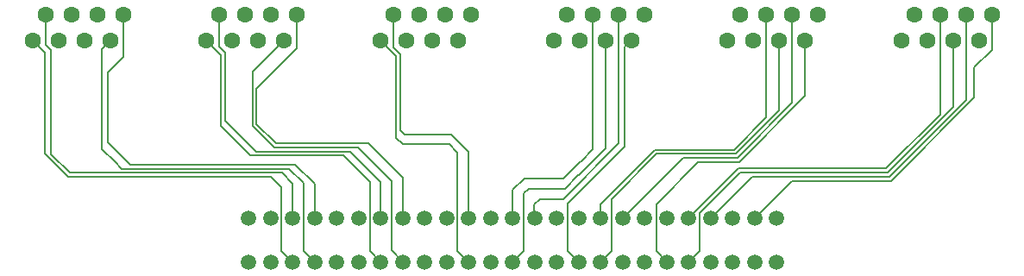
<source format=gtl>
%TF.GenerationSoftware,KiCad,Pcbnew,8.0.1*%
%TF.CreationDate,2024-06-26T21:25:31+01:00*%
%TF.ProjectId,MINI_TRUNK_6_MAIN,4d494e49-5f54-4525-954e-4b5f365f4d41,rev?*%
%TF.SameCoordinates,Original*%
%TF.FileFunction,Copper,L1,Top*%
%TF.FilePolarity,Positive*%
%FSLAX46Y46*%
G04 Gerber Fmt 4.6, Leading zero omitted, Abs format (unit mm)*
G04 Created by KiCad (PCBNEW 8.0.1) date 2024-06-26 21:25:31*
%MOMM*%
%LPD*%
G01*
G04 APERTURE LIST*
%TA.AperFunction,ComponentPad*%
%ADD10C,1.600000*%
%TD*%
%TA.AperFunction,ComponentPad*%
%ADD11C,1.500000*%
%TD*%
%TA.AperFunction,Conductor*%
%ADD12C,0.200000*%
%TD*%
G04 APERTURE END LIST*
D10*
%TO.P,J3,1*%
%TO.N,/L11+*%
X152388013Y-89193995D03*
%TO.P,J3,2*%
%TO.N,/L11-*%
X153658010Y-86654002D03*
%TO.P,J3,3*%
%TO.N,/L10+*%
X154928014Y-89193995D03*
%TO.P,J3,4*%
%TO.N,/L9-*%
X156198011Y-86654002D03*
%TO.P,J3,5*%
%TO.N,/L9+*%
X157468015Y-89193995D03*
%TO.P,J3,6*%
%TO.N,/L10-*%
X158738012Y-86654002D03*
%TO.P,J3,7*%
%TO.N,/L12+*%
X160008016Y-89193995D03*
%TO.P,J3,8*%
%TO.N,/L12-*%
X161278017Y-86654002D03*
%TD*%
%TO.P,J6,1*%
%TO.N,/L23+*%
X203551015Y-89193995D03*
%TO.P,J6,2*%
%TO.N,/L23-*%
X204821012Y-86654002D03*
%TO.P,J6,3*%
%TO.N,/L22+*%
X206091016Y-89193995D03*
%TO.P,J6,4*%
%TO.N,/L21-*%
X207361013Y-86654002D03*
%TO.P,J6,5*%
%TO.N,/L21+*%
X208631017Y-89193995D03*
%TO.P,J6,6*%
%TO.N,/L22-*%
X209901014Y-86654002D03*
%TO.P,J6,7*%
%TO.N,/L24+*%
X211171018Y-89193995D03*
%TO.P,J6,8*%
%TO.N,/L24-*%
X212441019Y-86654002D03*
%TD*%
%TO.P,J5,1*%
%TO.N,/L19+*%
X186496681Y-89193995D03*
%TO.P,J5,2*%
%TO.N,/L19-*%
X187766678Y-86654002D03*
%TO.P,J5,3*%
%TO.N,/L18+*%
X189036682Y-89193995D03*
%TO.P,J5,4*%
%TO.N,/L17-*%
X190306679Y-86654002D03*
%TO.P,J5,5*%
%TO.N,/L17+*%
X191576683Y-89193995D03*
%TO.P,J5,6*%
%TO.N,/L18-*%
X192846680Y-86654002D03*
%TO.P,J5,7*%
%TO.N,/L20+*%
X194116684Y-89193995D03*
%TO.P,J5,8*%
%TO.N,/L20-*%
X195386685Y-86654002D03*
%TD*%
%TO.P,J2,1*%
%TO.N,/L7+*%
X135333679Y-89193995D03*
%TO.P,J2,2*%
%TO.N,/L7-*%
X136603676Y-86654002D03*
%TO.P,J2,3*%
%TO.N,/L6+*%
X137873680Y-89193995D03*
%TO.P,J2,4*%
%TO.N,/L5-*%
X139143677Y-86654002D03*
%TO.P,J2,5*%
%TO.N,/L5+*%
X140413681Y-89193995D03*
%TO.P,J2,6*%
%TO.N,/L6-*%
X141683678Y-86654002D03*
%TO.P,J2,7*%
%TO.N,/L8+*%
X142953682Y-89193995D03*
%TO.P,J2,8*%
%TO.N,/L8-*%
X144223683Y-86654002D03*
%TD*%
%TO.P,J4,1*%
%TO.N,/L15+*%
X169442347Y-89193995D03*
%TO.P,J4,2*%
%TO.N,/L15-*%
X170712344Y-86654002D03*
%TO.P,J4,3*%
%TO.N,/L14+*%
X171982348Y-89193995D03*
%TO.P,J4,4*%
%TO.N,/L13-*%
X173252345Y-86654002D03*
%TO.P,J4,5*%
%TO.N,/L13+*%
X174522349Y-89193995D03*
%TO.P,J4,6*%
%TO.N,/L14-*%
X175792346Y-86654002D03*
%TO.P,J4,7*%
%TO.N,/L16+*%
X177062350Y-89193995D03*
%TO.P,J4,8*%
%TO.N,/L16-*%
X178332351Y-86654002D03*
%TD*%
%TO.P,J1,1*%
%TO.N,/L3+*%
X118279345Y-89193995D03*
%TO.P,J1,2*%
%TO.N,/L3-*%
X119549342Y-86654002D03*
%TO.P,J1,3*%
%TO.N,/L2+*%
X120819346Y-89193995D03*
%TO.P,J1,4*%
%TO.N,/L1-*%
X122089343Y-86654002D03*
%TO.P,J1,5*%
%TO.N,/L1+*%
X123359347Y-89193995D03*
%TO.P,J1,6*%
%TO.N,/L2-*%
X124629344Y-86654002D03*
%TO.P,J1,7*%
%TO.N,/L4+*%
X125899348Y-89193995D03*
%TO.P,J1,8*%
%TO.N,/L4-*%
X127169349Y-86654002D03*
%TD*%
D11*
%TO.P,J7,1,Pin_1*%
%TO.N,/L1-*%
X139485000Y-106645000D03*
%TO.P,J7,2,Pin_2*%
%TO.N,/L2-*%
X141645000Y-106645000D03*
%TO.P,J7,3,Pin_3*%
%TO.N,/L3-*%
X143805000Y-106645000D03*
%TO.P,J7,4,Pin_4*%
%TO.N,/L4-*%
X145965000Y-106645000D03*
%TO.P,J7,5,Pin_5*%
%TO.N,/L5-*%
X148125000Y-106645000D03*
%TO.P,J7,6,Pin_6*%
%TO.N,/L6-*%
X150285000Y-106645000D03*
%TO.P,J7,7,Pin_7*%
%TO.N,/L7-*%
X152445000Y-106645000D03*
%TO.P,J7,8,Pin_8*%
%TO.N,/L8-*%
X154605000Y-106645000D03*
%TO.P,J7,9,Pin_9*%
%TO.N,/L9-*%
X156765000Y-106645000D03*
%TO.P,J7,10,Pin_10*%
%TO.N,/L10-*%
X158925000Y-106645000D03*
%TO.P,J7,11,Pin_11*%
%TO.N,/L11-*%
X161085000Y-106645000D03*
%TO.P,J7,12,Pin_12*%
%TO.N,/L12-*%
X163245000Y-106645000D03*
%TO.P,J7,13,Pin_13*%
%TO.N,/L13-*%
X165405000Y-106645000D03*
%TO.P,J7,14,Pin_14*%
%TO.N,/L14-*%
X167565000Y-106645000D03*
%TO.P,J7,15,Pin_15*%
%TO.N,/L15-*%
X169725000Y-106645000D03*
%TO.P,J7,16,Pin_16*%
%TO.N,/L16-*%
X171885000Y-106645000D03*
%TO.P,J7,17,Pin_17*%
%TO.N,/L17-*%
X174045000Y-106645000D03*
%TO.P,J7,18,Pin_18*%
%TO.N,/L18-*%
X176205000Y-106645000D03*
%TO.P,J7,19,Pin_19*%
%TO.N,/L19-*%
X178365000Y-106645000D03*
%TO.P,J7,20,Pin_20*%
%TO.N,/L20-*%
X180525000Y-106645000D03*
%TO.P,J7,21,Pin_21*%
%TO.N,/L21-*%
X182685000Y-106645000D03*
%TO.P,J7,22,Pin_22*%
%TO.N,/L22-*%
X184845000Y-106645000D03*
%TO.P,J7,23,Pin_23*%
%TO.N,/L23-*%
X187005000Y-106645000D03*
%TO.P,J7,24,Pin_24*%
%TO.N,/L24-*%
X189165000Y-106645000D03*
%TO.P,J7,25,Pin_25*%
%TO.N,unconnected-(J7-Pin_25-Pad25)*%
X191325000Y-106645000D03*
%TO.P,J7,26,Pin_26*%
%TO.N,/L1+*%
X139485000Y-110935000D03*
%TO.P,J7,27,Pin_27*%
%TO.N,/L2+*%
X141645000Y-110935000D03*
%TO.P,J7,28,Pin_28*%
%TO.N,/L3+*%
X143805000Y-110935000D03*
%TO.P,J7,29,Pin_29*%
%TO.N,/L4+*%
X145965000Y-110935000D03*
%TO.P,J7,30,Pin_30*%
%TO.N,/L5+*%
X148125000Y-110935000D03*
%TO.P,J7,31,Pin_31*%
%TO.N,/L6+*%
X150285000Y-110935000D03*
%TO.P,J7,32,Pin_32*%
%TO.N,/L7+*%
X152445000Y-110935000D03*
%TO.P,J7,33,Pin_33*%
%TO.N,/L8+*%
X154605000Y-110935000D03*
%TO.P,J7,34,Pin_34*%
%TO.N,/L9+*%
X156765000Y-110935000D03*
%TO.P,J7,35,Pin_35*%
%TO.N,/L10+*%
X158925000Y-110935000D03*
%TO.P,J7,36,Pin_36*%
%TO.N,/L11+*%
X161085000Y-110935000D03*
%TO.P,J7,37,Pin_37*%
%TO.N,/L12+*%
X163245000Y-110935000D03*
%TO.P,J7,38,Pin_38*%
%TO.N,/L13+*%
X165405000Y-110935000D03*
%TO.P,J7,39,Pin_39*%
%TO.N,/L14+*%
X167565000Y-110935000D03*
%TO.P,J7,40,Pin_40*%
%TO.N,/L15+*%
X169725000Y-110935000D03*
%TO.P,J7,41,Pin_41*%
%TO.N,/L16+*%
X171885000Y-110935000D03*
%TO.P,J7,42,Pin_42*%
%TO.N,/L17+*%
X174045000Y-110935000D03*
%TO.P,J7,43,Pin_43*%
%TO.N,/L18+*%
X176205000Y-110935000D03*
%TO.P,J7,44,Pin_44*%
%TO.N,/L19+*%
X178365000Y-110935000D03*
%TO.P,J7,45,Pin_45*%
%TO.N,/L20+*%
X180525000Y-110935000D03*
%TO.P,J7,46,Pin_46*%
%TO.N,/L21+*%
X182685000Y-110935000D03*
%TO.P,J7,47,Pin_47*%
%TO.N,/L22+*%
X184845000Y-110935000D03*
%TO.P,J7,48,Pin_48*%
%TO.N,/L23+*%
X187005000Y-110935000D03*
%TO.P,J7,49,Pin_49*%
%TO.N,/L24+*%
X189165000Y-110935000D03*
%TO.P,J7,50,Pin_50*%
%TO.N,unconnected-(J7-Pin_50-Pad50)*%
X191325000Y-110935000D03*
%TD*%
D12*
%TO.N,/L3+*%
X143805000Y-110935000D02*
X142720000Y-109850000D01*
X142720000Y-103650000D02*
X141670000Y-102600000D01*
X121740000Y-102600000D02*
X119460000Y-100320000D01*
X142720000Y-109850000D02*
X142720000Y-103650000D01*
X119460000Y-90374650D02*
X118279345Y-89193995D01*
X119460000Y-100320000D02*
X119460000Y-90374650D01*
X141670000Y-102600000D02*
X121740000Y-102600000D01*
%TO.N,/L3-*%
X120070000Y-100364314D02*
X120070000Y-90150000D01*
X143805000Y-103240000D02*
X142765000Y-102200000D01*
X143805000Y-106645000D02*
X143805000Y-103240000D01*
X120070000Y-90150000D02*
X119549342Y-89629342D01*
X119549342Y-89629342D02*
X119549342Y-86654002D01*
X121905686Y-102200000D02*
X120070000Y-100364314D01*
X142765000Y-102200000D02*
X121905686Y-102200000D01*
%TO.N,/L4+*%
X144890000Y-109860000D02*
X145965000Y-110935000D01*
X144890000Y-103210000D02*
X144890000Y-109860000D01*
X143480000Y-101800000D02*
X144890000Y-103210000D01*
X127020000Y-101800000D02*
X143480000Y-101800000D01*
X125070000Y-90023343D02*
X125899348Y-89193995D01*
X125070000Y-99850000D02*
X125070000Y-90023343D01*
X126320000Y-101100000D02*
X125070000Y-99850000D01*
X126320000Y-101100000D02*
X127020000Y-101800000D01*
%TO.N,/L4-*%
X144055000Y-101400000D02*
X145965000Y-103310000D01*
X127840000Y-101400000D02*
X144055000Y-101400000D01*
X127210000Y-100770000D02*
X127840000Y-101400000D01*
X127169349Y-90820651D02*
X127169349Y-86654002D01*
X127210000Y-100770000D02*
X125640000Y-99200000D01*
X125640000Y-99200000D02*
X125640000Y-92350000D01*
X125640000Y-92350000D02*
X127169349Y-90820651D01*
X145965000Y-103310000D02*
X145965000Y-106645000D01*
%TO.N,/L8-*%
X151250000Y-99320000D02*
X142160000Y-99320000D01*
X142160000Y-99320000D02*
X140250000Y-97410000D01*
X154605000Y-102675000D02*
X151250000Y-99320000D01*
X140250000Y-93980000D02*
X144223683Y-90006317D01*
X140250000Y-97410000D02*
X140250000Y-93980000D01*
X144223683Y-90006317D02*
X144223683Y-86654002D01*
X154605000Y-106645000D02*
X154605000Y-102675000D01*
%TO.N,/L7+*%
X148760000Y-100520000D02*
X139680000Y-100520000D01*
X152445000Y-110935000D02*
X151370000Y-109860000D01*
X136780000Y-90640316D02*
X135333679Y-89193995D01*
X136780000Y-97620000D02*
X136780000Y-90640316D01*
X151370000Y-109860000D02*
X151370000Y-103130000D01*
X139680000Y-100520000D02*
X136780000Y-97620000D01*
X151370000Y-103130000D02*
X148760000Y-100520000D01*
%TO.N,/L8+*%
X142953682Y-89193995D02*
X139850000Y-92297677D01*
X153495000Y-109825000D02*
X154605000Y-110935000D01*
X139850000Y-97575686D02*
X141994315Y-99720000D01*
X141994315Y-99720000D02*
X150180000Y-99720000D01*
X150180000Y-99720000D02*
X153495000Y-103035000D01*
X153495000Y-103035000D02*
X153495000Y-109825000D01*
X139850000Y-92297677D02*
X139850000Y-97575686D01*
%TO.N,/L11+*%
X160000000Y-100190000D02*
X159210000Y-99400000D01*
X153970000Y-98745685D02*
X153970000Y-90775982D01*
X153970000Y-90775982D02*
X152388013Y-89193995D01*
X154624315Y-99400000D02*
X153970000Y-98745685D01*
X161085000Y-110935000D02*
X160000000Y-109850000D01*
X160000000Y-109850000D02*
X160000000Y-100190000D01*
X159210000Y-99400000D02*
X154624315Y-99400000D01*
%TO.N,/L11-*%
X161085000Y-100148069D02*
X159396931Y-98460000D01*
X154370000Y-98020000D02*
X154370000Y-90610296D01*
X154370000Y-90610296D02*
X153658010Y-89898306D01*
X153658010Y-89898306D02*
X153658010Y-86654002D01*
X159396931Y-98460000D02*
X154810000Y-98460000D01*
X161085000Y-106645000D02*
X161085000Y-100148069D01*
X154810000Y-98460000D02*
X154370000Y-98020000D01*
%TO.N,/L16+*%
X176420000Y-89836345D02*
X177062350Y-89193995D01*
X171885000Y-110935000D02*
X170790000Y-109840000D01*
X176420000Y-99600000D02*
X176420000Y-89836345D01*
X170790000Y-109840000D02*
X170790000Y-105230000D01*
X170790000Y-105230000D02*
X176420000Y-99600000D01*
%TO.N,/L14-*%
X175792346Y-99307654D02*
X175792346Y-86654002D01*
X168090000Y-104760000D02*
X170340000Y-104760000D01*
X167525000Y-105325000D02*
X168090000Y-104760000D01*
X170340000Y-104760000D02*
X175792346Y-99307654D01*
X167525000Y-106455000D02*
X167525000Y-105325000D01*
%TO.N,/L13-*%
X165405000Y-103905000D02*
X165405000Y-106645000D01*
X170390000Y-102750000D02*
X166610000Y-102750000D01*
X166610000Y-102750000D02*
X166560000Y-102750000D01*
X172110000Y-101040000D02*
X172114314Y-101040000D01*
X173252345Y-99901969D02*
X173252345Y-86654002D01*
X172110000Y-101040000D02*
X172100000Y-101040000D01*
X166560000Y-102750000D02*
X165405000Y-103905000D01*
X172114314Y-101040000D02*
X173252345Y-99901969D01*
X172100000Y-101040000D02*
X170390000Y-102750000D01*
%TO.N,/L13+*%
X170502629Y-103750000D02*
X166950000Y-103750000D01*
X171830000Y-102422629D02*
X170502629Y-103750000D01*
X166490000Y-104210000D02*
X166490000Y-109850000D01*
X174522349Y-99777651D02*
X171877371Y-102422629D01*
X171877371Y-102422629D02*
X171830000Y-102422629D01*
X166490000Y-109850000D02*
X165405000Y-110935000D01*
X166950000Y-103750000D02*
X166490000Y-104210000D01*
X174522349Y-89193995D02*
X174522349Y-99777651D01*
%TO.N,/L17-*%
X187117257Y-99950000D02*
X190306679Y-96760578D01*
X179364315Y-99950000D02*
X187117257Y-99950000D01*
X174045000Y-106645000D02*
X174045000Y-105269315D01*
X174045000Y-105269315D02*
X179364315Y-99950000D01*
X190306679Y-96760578D02*
X190306679Y-86654002D01*
%TO.N,/L18-*%
X176205000Y-106645000D02*
X182100000Y-100750000D01*
X187448628Y-100750000D02*
X192846680Y-95351950D01*
X182100000Y-100750000D02*
X187448628Y-100750000D01*
X192846680Y-95351950D02*
X192846680Y-86654002D01*
%TO.N,/L20+*%
X179475000Y-105275000D02*
X183600000Y-101150000D01*
X179475000Y-109885000D02*
X179475000Y-105275000D01*
X180525000Y-110935000D02*
X179475000Y-109885000D01*
X183600000Y-101150000D02*
X187614314Y-101150000D01*
X194116684Y-94647631D02*
X194116684Y-89193995D01*
X187614314Y-101150000D02*
X194116684Y-94647631D01*
%TO.N,/L17+*%
X179530001Y-100350000D02*
X175120000Y-104760000D01*
X191576683Y-96056259D02*
X187282942Y-100350000D01*
X191576683Y-89193995D02*
X191576683Y-96056259D01*
X187282942Y-100350000D02*
X179530001Y-100350000D01*
X175120000Y-109860000D02*
X174045000Y-110935000D01*
X175120000Y-104760000D02*
X175120000Y-109860000D01*
%TO.N,/L21+*%
X183760000Y-109860000D02*
X183760000Y-106135686D01*
X208631017Y-95757611D02*
X208631017Y-89193995D01*
X187705686Y-102190000D02*
X202198628Y-102190000D01*
X183760000Y-106135686D02*
X187705686Y-102190000D01*
X202198628Y-102190000D02*
X208631017Y-95757611D01*
X182685000Y-110935000D02*
X183760000Y-109860000D01*
%TO.N,/L21-*%
X182685000Y-106645000D02*
X187540001Y-101790000D01*
X187540001Y-101790000D02*
X202032942Y-101790000D01*
X207361013Y-96461929D02*
X207361013Y-86654002D01*
X202032942Y-101790000D02*
X207361013Y-96461929D01*
%TO.N,/L24-*%
X210710000Y-91840000D02*
X212441019Y-90108981D01*
X189165000Y-106645000D02*
X192820000Y-102990000D01*
X192820000Y-102990000D02*
X202530000Y-102990000D01*
X202530000Y-102990000D02*
X210710000Y-94810000D01*
X212441019Y-90108981D02*
X212441019Y-86654002D01*
X210710000Y-94810000D02*
X210710000Y-91840000D01*
%TO.N,/L22-*%
X209901014Y-95053300D02*
X202364314Y-102590000D01*
X202364314Y-102590000D02*
X188900000Y-102590000D01*
X209901014Y-86654002D02*
X209901014Y-95053300D01*
X188900000Y-102590000D02*
X184845000Y-106645000D01*
%TO.N,/L7-*%
X140240000Y-100120000D02*
X149490000Y-100120000D01*
X136603676Y-86654002D02*
X136603676Y-89819627D01*
X136603676Y-89819627D02*
X137180000Y-90395951D01*
X137180000Y-97060000D02*
X140240000Y-100120000D01*
X152445000Y-103075000D02*
X152445000Y-106645000D01*
X137180000Y-90395951D02*
X137180000Y-97060000D01*
X149490000Y-100120000D02*
X152445000Y-103075000D01*
%TD*%
M02*

</source>
